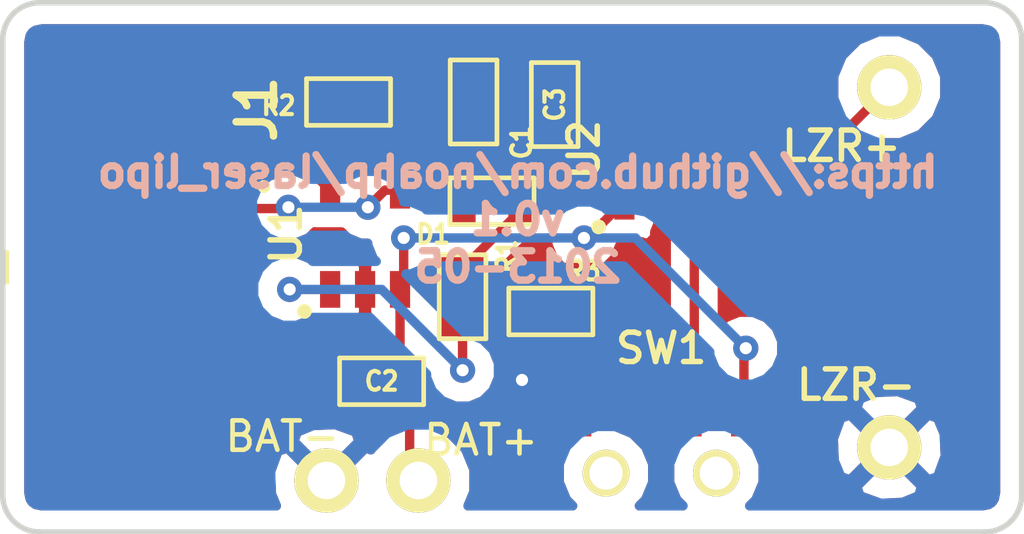
<source format=kicad_pcb>
(kicad_pcb (version 3) (host pcbnew "(2013-03-04 BZR 3984)-stable")

  (general
    (links 25)
    (no_connects 0)
    (area 50.170999 43.971 78.175001 60.629)
    (thickness 1.6)
    (drawings 11)
    (tracks 57)
    (zones 0)
    (modules 15)
    (nets 10)
  )

  (page A3)
  (layers
    (15 F.Cu signal)
    (0 B.Cu signal)
    (16 B.Adhes user)
    (17 F.Adhes user)
    (18 B.Paste user)
    (19 F.Paste user)
    (20 B.SilkS user)
    (21 F.SilkS user)
    (22 B.Mask user)
    (23 F.Mask user)
    (24 Dwgs.User user)
    (25 Cmts.User user)
    (26 Eco1.User user)
    (27 Eco2.User user)
    (28 Edge.Cuts user)
  )

  (setup
    (last_trace_width 0.254)
    (user_trace_width 0.5)
    (trace_clearance 0.254)
    (zone_clearance 0.508)
    (zone_45_only no)
    (trace_min 0.254)
    (segment_width 0.2)
    (edge_width 0.15)
    (via_size 0.889)
    (via_drill 0.635)
    (via_min_size 0.6858)
    (via_min_drill 0.3302)
    (user_via 0.6858 0.3302)
    (uvia_size 0.508)
    (uvia_drill 0.127)
    (uvias_allowed no)
    (uvia_min_size 0.508)
    (uvia_min_drill 0.127)
    (pcb_text_width 0.3)
    (pcb_text_size 1 1)
    (mod_edge_width 0.15)
    (mod_text_size 1 1)
    (mod_text_width 0.15)
    (pad_size 2.5 3.8)
    (pad_drill 0)
    (pad_to_mask_clearance 0)
    (aux_axis_origin 0 0)
    (visible_elements 7FFFFFFF)
    (pcbplotparams
      (layerselection 284196865)
      (usegerberextensions true)
      (excludeedgelayer true)
      (linewidth 152400)
      (plotframeref false)
      (viasonmask false)
      (mode 1)
      (useauxorigin false)
      (hpglpennumber 1)
      (hpglpenspeed 20)
      (hpglpendiameter 15)
      (hpglpenoverlay 2)
      (psnegative false)
      (psa4output false)
      (plotreference true)
      (plotvalue true)
      (plotothertext true)
      (plotinvisibletext false)
      (padsonsilk false)
      (subtractmaskfromsilk false)
      (outputformat 1)
      (mirror false)
      (drillshape 0)
      (scaleselection 1)
      (outputdirectory ""))
  )

  (net 0 "")
  (net 1 GND)
  (net 2 N-0000010)
  (net 3 N-0000011)
  (net 4 N-0000012)
  (net 5 N-000007)
  (net 6 N-000008)
  (net 7 N-000009)
  (net 8 USB_VBUS)
  (net 9 VBAT+)

  (net_class Default "This is the default net class."
    (clearance 0.254)
    (trace_width 0.254)
    (via_dia 0.889)
    (via_drill 0.635)
    (uvia_dia 0.508)
    (uvia_drill 0.127)
    (add_net "")
    (add_net GND)
    (add_net N-0000010)
    (add_net N-0000011)
    (add_net N-0000012)
    (add_net N-000007)
    (add_net N-000008)
    (add_net N-000009)
    (add_net USB_VBUS)
    (add_net VBAT+)
  )

  (module TEST_0.100 (layer F.Cu) (tedit 51923957) (tstamp 519230F3)
    (at 74.5 46.9)
    (path /51922676)
    (fp_text reference P3 (at 0 -2.1) (layer F.SilkS) hide
      (effects (font (size 1 1) (thickness 0.15)))
    )
    (fp_text value LZR+ (at -1.3 1.6) (layer F.SilkS)
      (effects (font (size 0.8 0.8) (thickness 0.15)))
    )
    (pad 1 thru_hole circle (at 0 0) (size 1.75 1.75) (drill 1.02)
      (layers *.Cu *.Mask F.SilkS)
      (net 6 N-000008)
    )
  )

  (module TEST_0.100 (layer F.Cu) (tedit 51923955) (tstamp 519230F8)
    (at 74.5 56.7)
    (path /51922683)
    (fp_text reference P4 (at 0 -2.1) (layer F.SilkS) hide
      (effects (font (size 1 1) (thickness 0.15)))
    )
    (fp_text value LZR- (at -0.9 -1.7) (layer F.SilkS)
      (effects (font (size 0.8 0.8) (thickness 0.15)))
    )
    (pad 1 thru_hole circle (at 0 0) (size 1.75 1.75) (drill 1.02)
      (layers *.Cu *.Mask F.SilkS)
      (net 1 GND)
    )
  )

  (module TEST_0.100 (layer F.Cu) (tedit 5192329E) (tstamp 519230FD)
    (at 59.2 57.6)
    (path /51922844)
    (fp_text reference P2 (at 0 -2.1) (layer F.SilkS) hide
      (effects (font (size 1 1) (thickness 0.15)))
    )
    (fp_text value BAT- (at -1.2 -1.2) (layer F.SilkS)
      (effects (font (size 0.8 0.8) (thickness 0.125)))
    )
    (pad 1 thru_hole circle (at 0 0) (size 1.75 1.75) (drill 1.02)
      (layers *.Cu *.Mask F.SilkS)
      (net 1 GND)
    )
  )

  (module TEST_0.100 (layer F.Cu) (tedit 5192329C) (tstamp 51923102)
    (at 61.7 57.6)
    (path /5192284A)
    (fp_text reference P1 (at 0 -2.1) (layer F.SilkS) hide
      (effects (font (size 1 1) (thickness 0.15)))
    )
    (fp_text value BAT+ (at 1.7 -1.1) (layer F.SilkS)
      (effects (font (size 0.8 0.8) (thickness 0.125)))
    )
    (pad 1 thru_hole circle (at 0 0) (size 1.75 1.75) (drill 1.02)
      (layers *.Cu *.Mask F.SilkS)
      (net 9 VBAT+)
    )
  )

  (module SWITCH_SLIDE_SSSS810701 (layer F.Cu) (tedit 51923326) (tstamp 5192310B)
    (at 68.3 57.4)
    (path /51922CEC)
    (fp_text reference SW1 (at 0 -3.4) (layer F.SilkS)
      (effects (font (size 0.8 0.8) (thickness 0.15)))
    )
    (fp_text value SWITCH_INV (at 0 2.4) (layer F.SilkS) hide
      (effects (font (size 1 1) (thickness 0.15)))
    )
    (pad ~ thru_hole circle (at 1.5 0) (size 1.27 1.27) (drill 0.9)
      (layers *.Cu *.Mask F.SilkS)
    )
    (pad ~ thru_hole circle (at -1.5 0) (size 1.27 1.27) (drill 0.9)
      (layers *.Cu *.Mask F.SilkS)
    )
    (pad 2 smd rect (at 0.75 -1.75) (size 0.7 1.5)
      (layers F.Cu F.Paste F.Mask)
      (net 7 N-000009)
    )
    (pad 3 smd rect (at 2.25 -1.75) (size 0.7 1.5)
      (layers F.Cu F.Paste F.Mask)
      (net 9 VBAT+)
    )
    (pad 1 smd rect (at -2.25 -1.75) (size 0.7 1.5)
      (layers F.Cu F.Paste F.Mask)
      (net 5 N-000007)
    )
  )

  (module SM0603 (layer F.Cu) (tedit 519232B3) (tstamp 51923115)
    (at 59.8 47.3)
    (path /519224A1)
    (attr smd)
    (fp_text reference R2 (at -1.9 0.1) (layer F.SilkS)
      (effects (font (size 0.508 0.4572) (thickness 0.1143)))
    )
    (fp_text value 2k (at 0 0) (layer F.SilkS) hide
      (effects (font (size 0.508 0.4572) (thickness 0.1143)))
    )
    (fp_line (start -1.143 -0.635) (end 1.143 -0.635) (layer F.SilkS) (width 0.127))
    (fp_line (start 1.143 -0.635) (end 1.143 0.635) (layer F.SilkS) (width 0.127))
    (fp_line (start 1.143 0.635) (end -1.143 0.635) (layer F.SilkS) (width 0.127))
    (fp_line (start -1.143 0.635) (end -1.143 -0.635) (layer F.SilkS) (width 0.127))
    (pad 1 smd rect (at -0.762 0) (size 0.635 1.143)
      (layers F.Cu F.Paste F.Mask)
      (net 2 N-0000010)
    )
    (pad 2 smd rect (at 0.762 0) (size 0.635 1.143)
      (layers F.Cu F.Paste F.Mask)
      (net 1 GND)
    )
    (model smd\resistors\R0603.wrl
      (at (xyz 0 0 0.001))
      (scale (xyz 0.5 0.5 0.5))
      (rotate (xyz 0 0 0))
    )
  )

  (module SM0603 (layer F.Cu) (tedit 4E43A3D1) (tstamp 5192311F)
    (at 60.7 54.9 180)
    (path /519224C2)
    (attr smd)
    (fp_text reference C2 (at 0 0 180) (layer F.SilkS)
      (effects (font (size 0.508 0.4572) (thickness 0.1143)))
    )
    (fp_text value 4.7uF (at 0 0 180) (layer F.SilkS) hide
      (effects (font (size 0.508 0.4572) (thickness 0.1143)))
    )
    (fp_line (start -1.143 -0.635) (end 1.143 -0.635) (layer F.SilkS) (width 0.127))
    (fp_line (start 1.143 -0.635) (end 1.143 0.635) (layer F.SilkS) (width 0.127))
    (fp_line (start 1.143 0.635) (end -1.143 0.635) (layer F.SilkS) (width 0.127))
    (fp_line (start -1.143 0.635) (end -1.143 -0.635) (layer F.SilkS) (width 0.127))
    (pad 1 smd rect (at -0.762 0 180) (size 0.635 1.143)
      (layers F.Cu F.Paste F.Mask)
      (net 9 VBAT+)
    )
    (pad 2 smd rect (at 0.762 0 180) (size 0.635 1.143)
      (layers F.Cu F.Paste F.Mask)
      (net 1 GND)
    )
    (model smd\resistors\R0603.wrl
      (at (xyz 0 0 0.001))
      (scale (xyz 0.5 0.5 0.5))
      (rotate (xyz 0 0 0))
    )
  )

  (module SM0603 (layer F.Cu) (tedit 5198F168) (tstamp 51923129)
    (at 63.7 50)
    (path /519224F0)
    (attr smd)
    (fp_text reference D1 (at -1.6 0.9) (layer F.SilkS)
      (effects (font (size 0.508 0.4572) (thickness 0.1143)))
    )
    (fp_text value LED (at 0 0) (layer F.SilkS) hide
      (effects (font (size 0.508 0.4572) (thickness 0.1143)))
    )
    (fp_line (start -1.143 -0.635) (end 1.143 -0.635) (layer F.SilkS) (width 0.127))
    (fp_line (start 1.143 -0.635) (end 1.143 0.635) (layer F.SilkS) (width 0.127))
    (fp_line (start 1.143 0.635) (end -1.143 0.635) (layer F.SilkS) (width 0.127))
    (fp_line (start -1.143 0.635) (end -1.143 -0.635) (layer F.SilkS) (width 0.127))
    (pad 1 smd rect (at -0.762 0) (size 0.635 1.143)
      (layers F.Cu F.Paste F.Mask)
      (net 8 USB_VBUS)
    )
    (pad 2 smd rect (at 0.762 0) (size 0.635 1.143)
      (layers F.Cu F.Paste F.Mask)
      (net 3 N-0000011)
    )
    (model smd\resistors\R0603.wrl
      (at (xyz 0 0 0.001))
      (scale (xyz 0.5 0.5 0.5))
      (rotate (xyz 0 0 0))
    )
  )

  (module SM0603 (layer F.Cu) (tedit 5198F166) (tstamp 51923133)
    (at 62.9 52.6 270)
    (path /519224FD)
    (attr smd)
    (fp_text reference R1 (at -1.1 -1.2 270) (layer F.SilkS)
      (effects (font (size 0.508 0.4572) (thickness 0.1143)))
    )
    (fp_text value 470R (at 0 0 270) (layer F.SilkS) hide
      (effects (font (size 0.508 0.4572) (thickness 0.1143)))
    )
    (fp_line (start -1.143 -0.635) (end 1.143 -0.635) (layer F.SilkS) (width 0.127))
    (fp_line (start 1.143 -0.635) (end 1.143 0.635) (layer F.SilkS) (width 0.127))
    (fp_line (start 1.143 0.635) (end -1.143 0.635) (layer F.SilkS) (width 0.127))
    (fp_line (start -1.143 0.635) (end -1.143 -0.635) (layer F.SilkS) (width 0.127))
    (pad 1 smd rect (at -0.762 0 270) (size 0.635 1.143)
      (layers F.Cu F.Paste F.Mask)
      (net 3 N-0000011)
    )
    (pad 2 smd rect (at 0.762 0 270) (size 0.635 1.143)
      (layers F.Cu F.Paste F.Mask)
      (net 4 N-0000012)
    )
    (model smd\resistors\R0603.wrl
      (at (xyz 0 0 0.001))
      (scale (xyz 0.5 0.5 0.5))
      (rotate (xyz 0 0 0))
    )
  )

  (module SM0603 (layer F.Cu) (tedit 519232AF) (tstamp 5192313D)
    (at 63.2 47.3 90)
    (path /51922526)
    (attr smd)
    (fp_text reference C1 (at -1.1 1.3 90) (layer F.SilkS)
      (effects (font (size 0.508 0.4572) (thickness 0.1143)))
    )
    (fp_text value 4.7uF (at 0 0 90) (layer F.SilkS) hide
      (effects (font (size 0.508 0.4572) (thickness 0.1143)))
    )
    (fp_line (start -1.143 -0.635) (end 1.143 -0.635) (layer F.SilkS) (width 0.127))
    (fp_line (start 1.143 -0.635) (end 1.143 0.635) (layer F.SilkS) (width 0.127))
    (fp_line (start 1.143 0.635) (end -1.143 0.635) (layer F.SilkS) (width 0.127))
    (fp_line (start -1.143 0.635) (end -1.143 -0.635) (layer F.SilkS) (width 0.127))
    (pad 1 smd rect (at -0.762 0 90) (size 0.635 1.143)
      (layers F.Cu F.Paste F.Mask)
      (net 8 USB_VBUS)
    )
    (pad 2 smd rect (at 0.762 0 90) (size 0.635 1.143)
      (layers F.Cu F.Paste F.Mask)
      (net 1 GND)
    )
    (model smd\resistors\R0603.wrl
      (at (xyz 0 0 0.001))
      (scale (xyz 0.5 0.5 0.5))
      (rotate (xyz 0 0 0))
    )
  )

  (module SM0603 (layer F.Cu) (tedit 519232BC) (tstamp 51923147)
    (at 65.3 53 180)
    (path /519226FA)
    (attr smd)
    (fp_text reference R3 (at -0.9 1.1 180) (layer F.SilkS)
      (effects (font (size 0.508 0.4572) (thickness 0.1143)))
    )
    (fp_text value 2k (at 0 0 180) (layer F.SilkS) hide
      (effects (font (size 0.508 0.4572) (thickness 0.1143)))
    )
    (fp_line (start -1.143 -0.635) (end 1.143 -0.635) (layer F.SilkS) (width 0.127))
    (fp_line (start 1.143 -0.635) (end 1.143 0.635) (layer F.SilkS) (width 0.127))
    (fp_line (start 1.143 0.635) (end -1.143 0.635) (layer F.SilkS) (width 0.127))
    (fp_line (start -1.143 0.635) (end -1.143 -0.635) (layer F.SilkS) (width 0.127))
    (pad 1 smd rect (at -0.762 0 180) (size 0.635 1.143)
      (layers F.Cu F.Paste F.Mask)
      (net 5 N-000007)
    )
    (pad 2 smd rect (at 0.762 0 180) (size 0.635 1.143)
      (layers F.Cu F.Paste F.Mask)
      (net 1 GND)
    )
    (model smd\resistors\R0603.wrl
      (at (xyz 0 0 0.001))
      (scale (xyz 0.5 0.5 0.5))
      (rotate (xyz 0 0 0))
    )
  )

  (module MCP73831 (layer F.Cu) (tedit 51923316) (tstamp 51923150)
    (at 59.3 52.4)
    (path /51922431)
    (fp_text reference U1 (at -1.2 -1.5 90) (layer F.SilkS)
      (effects (font (size 0.8 0.8) (thickness 0.15)))
    )
    (fp_text value MCP73831 (at 1 2) (layer F.SilkS) hide
      (effects (font (size 1 1) (thickness 0.15)))
    )
    (pad 1 smd rect (at 0 0) (size 0.55 1)
      (layers F.Cu F.Paste F.Mask)
      (net 4 N-0000012)
    )
    (pad 2 smd rect (at 0.95 0) (size 0.55 1)
      (layers F.Cu F.Paste F.Mask)
      (net 1 GND)
    )
    (pad 3 smd rect (at 1.9 0) (size 0.55 1)
      (layers F.Cu F.Paste F.Mask)
      (net 9 VBAT+)
    )
    (pad 4 smd rect (at 1.9 -2.7) (size 0.55 1)
      (layers F.Cu F.Paste F.Mask)
      (net 8 USB_VBUS)
    )
    (pad 5 smd rect (at 0 -2.7) (size 0.55 1)
      (layers F.Cu F.Paste F.Mask)
      (net 2 N-0000010)
    )
  )

  (module LP3985 (layer F.Cu) (tedit 51923308) (tstamp 51923159)
    (at 67.3 50)
    (path /51922445)
    (fp_text reference U2 (at -1.1 -1.4 90) (layer F.SilkS)
      (effects (font (size 0.8 0.8) (thickness 0.15)))
    )
    (fp_text value LP3985 (at 1 2) (layer F.SilkS) hide
      (effects (font (size 1 1) (thickness 0.15)))
    )
    (pad 1 smd rect (at 0 0) (size 0.55 1)
      (layers F.Cu F.Paste F.Mask)
      (net 9 VBAT+)
    )
    (pad 2 smd rect (at 0.95 0) (size 0.55 1)
      (layers F.Cu F.Paste F.Mask)
      (net 1 GND)
    )
    (pad 3 smd rect (at 1.9 0) (size 0.55 1)
      (layers F.Cu F.Paste F.Mask)
      (net 7 N-000009)
    )
    (pad 4 smd rect (at 1.9 -2.7) (size 0.55 1)
      (layers F.Cu F.Paste F.Mask)
    )
    (pad 5 smd rect (at 0 -2.7) (size 0.55 1)
      (layers F.Cu F.Paste F.Mask)
      (net 6 N-000008)
    )
  )

  (module USB_MINI_B_np (layer F.Cu) (tedit 519238A5) (tstamp 51933F57)
    (at 56.6 51.8 270)
    (descr "USB Mini-B 5-pin SMD connector")
    (tags "USB, Mini-B, connector")
    (path /51922596)
    (fp_text reference J1 (at -4.3 -0.7 270) (layer F.SilkS)
      (effects (font (size 1.016 1.016) (thickness 0.2032)))
    )
    (fp_text value USB-MINI-B (at 0.2 3.8 270) (layer F.SilkS) hide
      (effects (font (size 1.016 1.016) (thickness 0.2032)))
    )
    (fp_line (start -0.4 6.1) (end 0.4 6.1) (layer F.SilkS) (width 0.15))
    (fp_circle (center -2.2 -0.9) (end -2.1 -0.9) (layer F.SilkS) (width 0.15))
    (pad 2 smd rect (at -0.8 0 270) (size 0.5 1.4)
      (layers F.Cu F.Paste F.Mask)
    )
    (pad 3 smd rect (at 0 0 270) (size 0.5 1.4)
      (layers F.Cu F.Paste F.Mask)
    )
    (pad 4 smd rect (at 0.8 0 270) (size 0.5 1.4)
      (layers F.Cu F.Paste F.Mask)
    )
    (pad 5 smd rect (at 1.6 0 270) (size 0.5 1.4)
      (layers F.Cu F.Paste F.Mask)
      (net 1 GND)
    )
    (pad 1 smd rect (at -1.6 0 270) (size 0.5 1.4)
      (layers F.Cu F.Paste F.Mask)
      (net 8 USB_VBUS)
    )
    (pad 6 smd rect (at -4.2 2.5 270) (size 2.5 3.8)
      (layers F.Cu F.Paste F.Mask)
      (net 1 GND)
    )
    (pad 6 smd rect (at 4.2 2.5 270) (size 2.5 3.8)
      (layers F.Cu F.Paste F.Mask)
      (net 1 GND)
    )
  )

  (module SM0603 (layer F.Cu) (tedit 4E43A3D1) (tstamp 51A62038)
    (at 65.405 47.371 90)
    (path /51A62082)
    (attr smd)
    (fp_text reference C3 (at 0 0 90) (layer F.SilkS)
      (effects (font (size 0.508 0.4572) (thickness 0.1143)))
    )
    (fp_text value 1uF (at 0 0 90) (layer F.SilkS) hide
      (effects (font (size 0.508 0.4572) (thickness 0.1143)))
    )
    (fp_line (start -1.143 -0.635) (end 1.143 -0.635) (layer F.SilkS) (width 0.127))
    (fp_line (start 1.143 -0.635) (end 1.143 0.635) (layer F.SilkS) (width 0.127))
    (fp_line (start 1.143 0.635) (end -1.143 0.635) (layer F.SilkS) (width 0.127))
    (fp_line (start -1.143 0.635) (end -1.143 -0.635) (layer F.SilkS) (width 0.127))
    (pad 1 smd rect (at -0.762 0 90) (size 0.635 1.143)
      (layers F.Cu F.Paste F.Mask)
      (net 6 N-000008)
    )
    (pad 2 smd rect (at 0.762 0 90) (size 0.635 1.143)
      (layers F.Cu F.Paste F.Mask)
      (net 1 GND)
    )
    (model smd\resistors\R0603.wrl
      (at (xyz 0 0 0.001))
      (scale (xyz 0.5 0.5 0.5))
      (rotate (xyz 0 0 0))
    )
  )

  (gr_text "https://github.com/noahp/laser_lipo\nv0.1\n2013-05" (at 64.4 50.5) (layer B.SilkS)
    (effects (font (size 0.8 0.8) (thickness 0.2)) (justify mirror))
  )
  (gr_line (start 78.1 58) (end 78.1 45.6) (angle 90) (layer Edge.Cuts) (width 0.15))
  (gr_line (start 51.4 44.6) (end 77.1 44.6) (angle 90) (layer Edge.Cuts) (width 0.15))
  (gr_arc (start 77.1 45.6) (end 77.1 44.6) (angle 90) (layer Edge.Cuts) (width 0.15))
  (gr_line (start 50.4 45.6) (end 50.4 58) (angle 90) (layer Edge.Cuts) (width 0.15))
  (gr_arc (start 51.4 45.6) (end 50.4 45.6) (angle 90) (layer Edge.Cuts) (width 0.15))
  (gr_line (start 77.1 59) (end 51.4 59) (angle 90) (layer Edge.Cuts) (width 0.15))
  (gr_arc (start 77.1 58) (end 78.1 58) (angle 90) (layer Edge.Cuts) (width 0.15))
  (gr_arc (start 51.4 58) (end 51.4 59) (angle 90) (layer Edge.Cuts) (width 0.15))
  (gr_circle (center 58.6 53) (end 58.6 53.1) (layer F.SilkS) (width 0.2))
  (gr_circle (center 66.6 50.7) (end 66.6 50.8) (layer F.SilkS) (width 0.2))

  (segment (start 64.538 53) (end 64.538 54.842) (width 0.254) (layer F.Cu) (net 1))
  (via (at 64.516 54.864) (size 0.6858) (drill 0.3302) (layers F.Cu B.Cu) (net 1))
  (segment (start 64.538 54.842) (end 64.516 54.864) (width 0.254) (layer F.Cu) (net 1) (tstamp 51A7705E))
  (segment (start 65.4 51.8) (end 67.4 51.8) (width 0.254) (layer F.Cu) (net 1))
  (segment (start 65.4 51.8) (end 65.4 52.138) (width 0.254) (layer F.Cu) (net 1) (tstamp 5198F280))
  (segment (start 65.4 52.138) (end 64.538 53) (width 0.254) (layer F.Cu) (net 1) (tstamp 5198F24E))
  (segment (start 67.4 51.8) (end 68.25 50.95) (width 0.254) (layer F.Cu) (net 1) (tstamp 5198F282))
  (segment (start 68.25 50.95) (end 68.25 50) (width 0.254) (layer F.Cu) (net 1) (tstamp 5198F285))
  (segment (start 56.6 53.4) (end 60.2 53.4) (width 0.254) (layer F.Cu) (net 1))
  (segment (start 60.25 53.35) (end 60.25 52.4) (width 0.254) (layer F.Cu) (net 1) (tstamp 5198F878))
  (segment (start 60.2 53.4) (end 60.25 53.35) (width 0.254) (layer F.Cu) (net 1) (tstamp 5198F873))
  (segment (start 59.3 49.7) (end 59.038 49.438) (width 0.254) (layer F.Cu) (net 2))
  (segment (start 59.038 49.438) (end 59.038 47.3) (width 0.254) (layer F.Cu) (net 2) (tstamp 5198F1F0))
  (segment (start 64.462 50) (end 64.462 50.276) (width 0.254) (layer F.Cu) (net 3))
  (segment (start 64.462 50.276) (end 62.9 51.838) (width 0.254) (layer F.Cu) (net 3) (tstamp 5198F185))
  (segment (start 59.3 52.4) (end 58.2 52.4) (width 0.254) (layer F.Cu) (net 4))
  (segment (start 62.9 54.6) (end 62.9 53.362) (width 0.254) (layer F.Cu) (net 4) (tstamp 5198F221))
  (via (at 62.9 54.6) (size 0.6858) (drill 0.3302) (layers F.Cu B.Cu) (net 4))
  (segment (start 60.7 52.4) (end 62.9 54.6) (width 0.254) (layer B.Cu) (net 4) (tstamp 5198F21E))
  (segment (start 58.2 52.4) (end 60.7 52.4) (width 0.254) (layer B.Cu) (net 4) (tstamp 5198F21D))
  (via (at 58.2 52.4) (size 0.6858) (drill 0.3302) (layers F.Cu B.Cu) (net 4))
  (segment (start 66.062 53) (end 66.062 55.638) (width 0.254) (layer F.Cu) (net 5))
  (segment (start 66.062 55.638) (end 66.05 55.65) (width 0.254) (layer F.Cu) (net 5) (tstamp 5198F2CE))
  (segment (start 67.3 47.3) (end 66.467 48.133) (width 0.254) (layer F.Cu) (net 6))
  (segment (start 66.467 48.133) (end 65.405 48.133) (width 0.254) (layer F.Cu) (net 6) (tstamp 51A62072))
  (segment (start 67.3 47.3) (end 68.4 48.3) (width 0.254) (layer F.Cu) (net 6))
  (segment (start 73.1 48.3) (end 74.5 46.9) (width 0.254) (layer F.Cu) (net 6) (tstamp 5198F273) (status 20))
  (segment (start 68.4 48.3) (end 73.1 48.3) (width 0.254) (layer F.Cu) (net 6) (tstamp 5198F270))
  (segment (start 69.2 50) (end 69.2 55.5) (width 0.254) (layer F.Cu) (net 7))
  (segment (start 69.2 55.5) (end 69.05 55.65) (width 0.254) (layer F.Cu) (net 7) (tstamp 5198F2BD))
  (segment (start 63.2 48.062) (end 62.938 48.324) (width 0.254) (layer F.Cu) (net 8))
  (segment (start 62.938 48.324) (end 62.938 50) (width 0.254) (layer F.Cu) (net 8) (tstamp 5198F1E6))
  (segment (start 61.2 49.7) (end 62.638 49.7) (width 0.254) (layer F.Cu) (net 8))
  (segment (start 62.638 49.7) (end 62.938 50) (width 0.254) (layer F.Cu) (net 8) (tstamp 5198F182))
  (segment (start 56.6 50.2) (end 58.131 50.2) (width 0.254) (layer F.Cu) (net 8))
  (segment (start 60.79 49.7) (end 61.2 49.7) (width 0.254) (layer F.Cu) (net 8) (tstamp 5198F0FA))
  (segment (start 60.325 50.165) (end 60.79 49.7) (width 0.254) (layer F.Cu) (net 8) (tstamp 5198F0F9))
  (via (at 60.325 50.165) (size 0.6858) (drill 0.3302) (layers F.Cu B.Cu) (net 8))
  (segment (start 58.166 50.165) (end 60.325 50.165) (width 0.254) (layer B.Cu) (net 8) (tstamp 5198F0F4))
  (via (at 58.166 50.165) (size 0.6858) (drill 0.3302) (layers F.Cu B.Cu) (net 8))
  (segment (start 58.131 50.2) (end 58.166 50.165) (width 0.254) (layer F.Cu) (net 8) (tstamp 5198F0F0))
  (segment (start 66.2 51) (end 67.6 51) (width 0.254) (layer B.Cu) (net 9))
  (segment (start 70.55 54.05) (end 70.55 55.65) (width 0.254) (layer F.Cu) (net 9) (tstamp 5198F2CB))
  (segment (start 70.6 54) (end 70.55 54.05) (width 0.254) (layer F.Cu) (net 9) (tstamp 5198F2CA))
  (via (at 70.6 54) (size 0.6858) (drill 0.3302) (layers F.Cu B.Cu) (net 9))
  (segment (start 67.6 51) (end 70.6 54) (width 0.254) (layer B.Cu) (net 9) (tstamp 5198F2C2))
  (segment (start 61.2 52.4) (end 61.3 52.3) (width 0.254) (layer F.Cu) (net 9))
  (segment (start 66.3 51) (end 67.3 50) (width 0.254) (layer F.Cu) (net 9) (tstamp 5198F25F))
  (segment (start 66.2 51) (end 66.3 51) (width 0.254) (layer F.Cu) (net 9) (tstamp 5198F25E))
  (via (at 66.2 51) (size 0.6858) (drill 0.3302) (layers F.Cu B.Cu) (net 9))
  (segment (start 61.3 51) (end 66.2 51) (width 0.254) (layer B.Cu) (net 9) (tstamp 5198F25A))
  (via (at 61.3 51) (size 0.6858) (drill 0.3302) (layers F.Cu B.Cu) (net 9))
  (segment (start 61.3 52.3) (end 61.3 51) (width 0.254) (layer F.Cu) (net 9) (tstamp 5198F256))
  (segment (start 61.462 54.9) (end 61.462 57.362) (width 0.254) (layer F.Cu) (net 9))
  (segment (start 61.462 57.362) (end 61.7 57.6) (width 0.254) (layer F.Cu) (net 9) (tstamp 5198F149))
  (segment (start 61.2 52.4) (end 61.2 54.638) (width 0.254) (layer F.Cu) (net 9))
  (segment (start 61.2 54.638) (end 61.462 54.9) (width 0.254) (layer F.Cu) (net 9) (tstamp 5198F146))

  (zone (net 1) (net_name GND) (layer F.Cu) (tstamp 5198F594) (hatch edge 0.508)
    (connect_pads (clearance 0.508))
    (min_thickness 0.254)
    (fill (arc_segments 16) (thermal_gap 0.508) (thermal_bridge_width 0.508))
    (polygon
      (pts
        (xy 78.1 59) (xy 50.4 59) (xy 50.4 44.6) (xy 78.1 44.6)
      )
    )
    (filled_polygon
      (pts
        (xy 65.893963 58.29) (xy 63.04849 58.29) (xy 63.209737 57.901675) (xy 63.210261 57.30096) (xy 62.980862 56.745772)
        (xy 62.556463 56.320631) (xy 62.224 56.18258) (xy 62.224 55.925018) (xy 62.317513 55.831668) (xy 62.414389 55.598364)
        (xy 62.414512 55.457262) (xy 62.70463 55.57773) (xy 63.093663 55.578069) (xy 63.453212 55.429507) (xy 63.72854 55.154659)
        (xy 63.87773 54.79537) (xy 63.878069 54.406337) (xy 63.804744 54.228877) (xy 63.830729 54.218141) (xy 63.916186 54.132831)
        (xy 64.094745 54.20661) (xy 64.25225 54.2065) (xy 64.411 54.04775) (xy 64.411 53.127) (xy 64.391 53.127)
        (xy 64.391 52.873) (xy 64.411 52.873) (xy 64.411 51.95225) (xy 64.25225 51.7935) (xy 64.10661 51.793398)
        (xy 64.10661 51.70902) (xy 64.60902 51.20661) (xy 64.905255 51.20661) (xy 65.138729 51.110141) (xy 65.222076 51.026938)
        (xy 65.221931 51.193663) (xy 65.370493 51.553212) (xy 65.612732 51.795874) (xy 65.385271 51.889859) (xy 65.3 51.974981)
        (xy 65.214729 51.889859) (xy 64.981255 51.79339) (xy 64.82375 51.7935) (xy 64.665 51.95225) (xy 64.665 52.873)
        (xy 64.685 52.873) (xy 64.685 53.127) (xy 64.665 53.127) (xy 64.665 54.04775) (xy 64.82375 54.2065)
        (xy 64.981255 54.20661) (xy 65.214729 54.110141) (xy 65.299992 54.025026) (xy 65.3 54.025034) (xy 65.3 54.402059)
        (xy 65.161987 54.539832) (xy 65.065111 54.773136) (xy 65.06489 55.025755) (xy 65.06489 56.525755) (xy 65.161359 56.759229)
        (xy 65.339832 56.938013) (xy 65.573136 57.034889) (xy 65.576471 57.034891) (xy 65.530222 57.146273) (xy 65.529781 57.65151)
        (xy 65.722719 58.118457) (xy 65.893963 58.29)
      )
    )
    (filled_polygon
      (pts
        (xy 68.893963 58.29) (xy 67.706064 58.29) (xy 67.876025 58.120336) (xy 68.069778 57.653727) (xy 68.070219 57.14849)
        (xy 67.877281 56.681543) (xy 67.520336 56.323975) (xy 67.053727 56.130222) (xy 67.03511 56.130205) (xy 67.03511 54.774245)
        (xy 66.938641 54.540771) (xy 66.824 54.42593) (xy 66.824 54.025018) (xy 66.917513 53.931668) (xy 67.014389 53.698364)
        (xy 67.01461 53.445745) (xy 67.01461 52.302745) (xy 66.918141 52.069271) (xy 66.739668 51.890487) (xy 66.672813 51.862726)
        (xy 66.753212 51.829507) (xy 67.02854 51.554659) (xy 67.174513 51.203117) (xy 67.24252 51.13511) (xy 67.700755 51.13511)
        (xy 67.775 51.104432) (xy 67.849245 51.13511) (xy 67.96425 51.135) (xy 68.123 50.97625) (xy 68.123 50.836116)
        (xy 68.209889 50.626864) (xy 68.21011 50.374245) (xy 68.21011 49.853) (xy 68.28989 49.853) (xy 68.28989 50.625755)
        (xy 68.377 50.836578) (xy 68.377 50.97625) (xy 68.438 51.03725) (xy 68.438 54.321185) (xy 68.340771 54.361359)
        (xy 68.161987 54.539832) (xy 68.065111 54.773136) (xy 68.06489 55.025755) (xy 68.06489 56.525755) (xy 68.161359 56.759229)
        (xy 68.339832 56.938013) (xy 68.573136 57.034889) (xy 68.576471 57.034891) (xy 68.530222 57.146273) (xy 68.529781 57.65151)
        (xy 68.722719 58.118457) (xy 68.893963 58.29)
      )
    )
    (filled_polygon
      (pts
        (xy 77.39 57.928632) (xy 77.355006 58.105365) (xy 77.294644 58.195873) (xy 77.205499 58.255325) (xy 77.030384 58.29)
        (xy 76.021588 58.29) (xy 76.021588 56.934692) (xy 75.995578 56.33454) (xy 75.815951 55.900886) (xy 75.56206 55.817546)
        (xy 75.382454 55.997151) (xy 75.382454 55.63794) (xy 75.299114 55.384049) (xy 74.734692 55.178412) (xy 74.13454 55.204422)
        (xy 73.700886 55.384049) (xy 73.617546 55.63794) (xy 74.5 56.520395) (xy 75.382454 55.63794) (xy 75.382454 55.997151)
        (xy 74.679605 56.7) (xy 75.56206 57.582454) (xy 75.815951 57.499114) (xy 76.021588 56.934692) (xy 76.021588 58.29)
        (xy 75.382454 58.29) (xy 75.382454 57.76206) (xy 74.5 56.879605) (xy 74.320395 57.05921) (xy 74.320395 56.7)
        (xy 73.43794 55.817546) (xy 73.184049 55.900886) (xy 72.978412 56.465308) (xy 73.004422 57.06546) (xy 73.184049 57.499114)
        (xy 73.43794 57.582454) (xy 74.320395 56.7) (xy 74.320395 57.05921) (xy 73.617546 57.76206) (xy 73.700886 58.015951)
        (xy 74.265308 58.221588) (xy 74.86546 58.195578) (xy 75.299114 58.015951) (xy 75.382454 57.76206) (xy 75.382454 58.29)
        (xy 70.706064 58.29) (xy 70.876025 58.120336) (xy 71.069778 57.653727) (xy 71.070219 57.14849) (xy 71.023371 57.03511)
        (xy 71.025755 57.03511) (xy 71.259229 56.938641) (xy 71.438013 56.760168) (xy 71.534889 56.526864) (xy 71.53511 56.274245)
        (xy 71.53511 54.774245) (xy 71.438641 54.540771) (xy 71.43558 54.537704) (xy 71.57773 54.19537) (xy 71.578069 53.806337)
        (xy 71.429507 53.446788) (xy 71.154659 53.17146) (xy 70.79537 53.02227) (xy 70.406337 53.021931) (xy 70.046788 53.170493)
        (xy 69.962 53.255133) (xy 69.962 50.911092) (xy 70.013013 50.860168) (xy 70.109889 50.626864) (xy 70.11011 50.374245)
        (xy 70.11011 49.374245) (xy 70.013641 49.140771) (xy 69.935007 49.062) (xy 73.1 49.062) (xy 73.1 49.061999)
        (xy 73.391604 49.003996) (xy 73.391605 49.003996) (xy 73.638815 48.838815) (xy 74.106162 48.371467) (xy 74.198325 48.409737)
        (xy 74.79904 48.410261) (xy 75.354228 48.180862) (xy 75.779369 47.756463) (xy 76.009737 47.201675) (xy 76.010261 46.60096)
        (xy 75.780862 46.045772) (xy 75.356463 45.620631) (xy 74.801675 45.390263) (xy 74.20096 45.389739) (xy 73.645772 45.619138)
        (xy 73.220631 46.043537) (xy 72.990263 46.598325) (xy 72.989739 47.19904) (xy 73.028798 47.293571) (xy 72.784369 47.538)
        (xy 70.11011 47.538) (xy 70.11011 46.674245) (xy 70.013641 46.440771) (xy 69.835168 46.261987) (xy 69.601864 46.165111)
        (xy 69.349245 46.16489) (xy 68.799245 46.16489) (xy 68.565771 46.261359) (xy 68.386987 46.439832) (xy 68.290111 46.673136)
        (xy 68.28989 46.925755) (xy 68.28989 47.170486) (xy 68.21011 47.097892) (xy 68.21011 46.674245) (xy 68.113641 46.440771)
        (xy 67.935168 46.261987) (xy 67.701864 46.165111) (xy 67.449245 46.16489) (xy 66.899245 46.16489) (xy 66.665771 46.261359)
        (xy 66.611505 46.31553) (xy 66.61161 46.165745) (xy 66.515141 45.932271) (xy 66.336668 45.753487) (xy 66.103364 45.656611)
        (xy 65.850745 45.65639) (xy 65.69075 45.6565) (xy 65.532 45.81525) (xy 65.532 46.482) (xy 65.552 46.482)
        (xy 65.552 46.736) (xy 65.532 46.736) (xy 65.532 46.756) (xy 65.278 46.756) (xy 65.278 46.736)
        (xy 65.278 46.482) (xy 65.278 45.81525) (xy 65.11925 45.6565) (xy 64.959255 45.65639) (xy 64.706636 45.656611)
        (xy 64.473332 45.753487) (xy 64.326415 45.900659) (xy 64.310141 45.861271) (xy 64.131668 45.682487) (xy 63.898364 45.585611)
        (xy 63.645745 45.58539) (xy 63.48575 45.5855) (xy 63.327 45.74425) (xy 63.327 46.411) (xy 64.24775 46.411)
        (xy 64.267 46.39175) (xy 64.35725 46.482) (xy 65.278 46.482) (xy 65.278 46.736) (xy 64.35725 46.736)
        (xy 64.338 46.75525) (xy 64.24775 46.665) (xy 63.327 46.665) (xy 63.327 46.685) (xy 63.073 46.685)
        (xy 63.073 46.665) (xy 63.073 46.411) (xy 63.073 45.74425) (xy 62.91425 45.5855) (xy 62.754255 45.58539)
        (xy 62.501636 45.585611) (xy 62.268332 45.682487) (xy 62.089859 45.861271) (xy 61.99339 46.094745) (xy 61.9935 46.25225)
        (xy 62.15225 46.411) (xy 63.073 46.411) (xy 63.073 46.665) (xy 62.15225 46.665) (xy 61.9935 46.82375)
        (xy 61.99339 46.981255) (xy 62.089859 47.214729) (xy 62.174973 47.299992) (xy 62.090487 47.384332) (xy 61.993611 47.617636)
        (xy 61.99339 47.870255) (xy 61.99339 48.505255) (xy 62.089859 48.738729) (xy 62.176 48.82502) (xy 62.176 48.938)
        (xy 62.053814 48.938) (xy 62.013641 48.840771) (xy 61.835168 48.661987) (xy 61.601864 48.565111) (xy 61.51461 48.565034)
        (xy 61.51461 47.745745) (xy 61.51461 46.854255) (xy 61.514389 46.601636) (xy 61.417513 46.368332) (xy 61.238729 46.189859)
        (xy 61.005255 46.09339) (xy 60.84775 46.0935) (xy 60.689 46.25225) (xy 60.689 47.173) (xy 61.35575 47.173)
        (xy 61.5145 47.01425) (xy 61.51461 46.854255) (xy 61.51461 47.745745) (xy 61.5145 47.58575) (xy 61.35575 47.427)
        (xy 60.689 47.427) (xy 60.689 48.34775) (xy 60.84775 48.5065) (xy 61.005255 48.50661) (xy 61.238729 48.410141)
        (xy 61.417513 48.231668) (xy 61.514389 47.998364) (xy 61.51461 47.745745) (xy 61.51461 48.565034) (xy 61.349245 48.56489)
        (xy 60.799245 48.56489) (xy 60.565771 48.661359) (xy 60.386987 48.839832) (xy 60.290111 49.073136) (xy 60.290056 49.135211)
        (xy 60.251184 49.161185) (xy 60.225356 49.187012) (xy 60.21011 49.186999) (xy 60.21011 49.074245) (xy 60.113641 48.840771)
        (xy 59.935168 48.661987) (xy 59.8 48.60586) (xy 59.8 48.325018) (xy 59.885271 48.410141) (xy 60.118745 48.50661)
        (xy 60.27625 48.5065) (xy 60.435 48.34775) (xy 60.435 47.427) (xy 60.415 47.427) (xy 60.415 47.173)
        (xy 60.435 47.173) (xy 60.435 46.25225) (xy 60.27625 46.0935) (xy 60.118745 46.09339) (xy 59.885271 46.189859)
        (xy 59.800007 46.274973) (xy 59.715668 46.190487) (xy 59.482364 46.093611) (xy 59.229745 46.09339) (xy 58.594745 46.09339)
        (xy 58.361271 46.189859) (xy 58.182487 46.368332) (xy 58.085611 46.601636) (xy 58.08539 46.854255) (xy 58.08539 47.997255)
        (xy 58.181859 48.230729) (xy 58.276 48.325034) (xy 58.276 49.187195) (xy 57.972337 49.186931) (xy 57.612788 49.335493)
        (xy 57.572589 49.375621) (xy 57.426864 49.315111) (xy 57.174245 49.31489) (xy 56.433163 49.31489) (xy 56.538641 49.209229)
        (xy 56.63511 48.975755) (xy 56.63511 46.224245) (xy 56.538641 45.990771) (xy 56.360168 45.811987) (xy 56.126864 45.715111)
        (xy 55.874245 45.71489) (xy 54.38575 45.715) (xy 54.227 45.87375) (xy 54.227 47.473) (xy 56.47625 47.473)
        (xy 56.635 47.31425) (xy 56.63511 46.224245) (xy 56.63511 48.975755) (xy 56.635 47.88575) (xy 56.47625 47.727)
        (xy 54.227 47.727) (xy 54.227 49.32625) (xy 54.38575 49.485) (xy 55.466921 49.485079) (xy 55.361987 49.589832)
        (xy 55.265111 49.823136) (xy 55.26489 50.075755) (xy 55.26489 50.575755) (xy 55.274813 50.59977) (xy 55.265111 50.623136)
        (xy 55.26489 50.875755) (xy 55.26489 51.375755) (xy 55.274813 51.39977) (xy 55.265111 51.423136) (xy 55.26489 51.675755)
        (xy 55.26489 52.175755) (xy 55.274813 52.19977) (xy 55.265111 52.223136) (xy 55.26489 52.475755) (xy 55.26489 52.975755)
        (xy 55.274907 53) (xy 55.26489 53.024245) (xy 55.265 53.11625) (xy 55.42375 53.275) (xy 55.427015 53.275)
        (xy 55.539832 53.388013) (xy 55.773136 53.484889) (xy 56.025755 53.48511) (xy 57.425755 53.48511) (xy 57.659229 53.388641)
        (xy 57.768415 53.279644) (xy 58.00463 53.37773) (xy 58.393663 53.378069) (xy 58.543279 53.316248) (xy 58.664832 53.438013)
        (xy 58.898136 53.534889) (xy 59.150755 53.53511) (xy 59.700755 53.53511) (xy 59.775 53.504432) (xy 59.849245 53.53511)
        (xy 59.96425 53.535) (xy 60.123 53.37625) (xy 60.123 53.236116) (xy 60.209889 53.026864) (xy 60.21011 52.774245)
        (xy 60.21011 51.774245) (xy 60.123 51.563421) (xy 60.123 51.42375) (xy 59.96425 51.265) (xy 59.849245 51.26489)
        (xy 59.775105 51.295523) (xy 59.701864 51.265111) (xy 59.449245 51.26489) (xy 58.899245 51.26489) (xy 58.665771 51.361359)
        (xy 58.543244 51.483672) (xy 58.39537 51.42227) (xy 58.006337 51.421931) (xy 57.93511 51.451361) (xy 57.93511 51.424245)
        (xy 57.925186 51.400229) (xy 57.934889 51.376864) (xy 57.935106 51.127979) (xy 57.97063 51.14273) (xy 58.359663 51.143069)
        (xy 58.719212 50.994507) (xy 58.884698 50.829309) (xy 58.898136 50.834889) (xy 59.150755 50.83511) (xy 59.612187 50.83511)
        (xy 59.770341 50.99354) (xy 60.12963 51.14273) (xy 60.321975 51.142897) (xy 60.321931 51.193663) (xy 60.405305 51.395444)
        (xy 60.377 51.42375) (xy 60.377 51.563883) (xy 60.290111 51.773136) (xy 60.28989 52.025755) (xy 60.28989 53.025755)
        (xy 60.377 53.236578) (xy 60.377 53.37625) (xy 60.438 53.43725) (xy 60.438 53.716836) (xy 60.381255 53.69339)
        (xy 60.22375 53.6935) (xy 60.065 53.85225) (xy 60.065 54.773) (xy 60.085 54.773) (xy 60.085 55.027)
        (xy 60.065 55.027) (xy 60.065 55.94775) (xy 60.22375 56.1065) (xy 60.381255 56.10661) (xy 60.614729 56.010141)
        (xy 60.699992 55.925026) (xy 60.7 55.925034) (xy 60.7 56.464655) (xy 60.420631 56.743537) (xy 60.411107 56.766471)
        (xy 60.26206 56.717546) (xy 60.082454 56.897151) (xy 60.082454 56.53794) (xy 59.999114 56.284049) (xy 59.512055 56.106597)
        (xy 59.65225 56.1065) (xy 59.811 55.94775) (xy 59.811 55.027) (xy 59.811 54.773) (xy 59.811 53.85225)
        (xy 59.65225 53.6935) (xy 59.494745 53.69339) (xy 59.261271 53.789859) (xy 59.082487 53.968332) (xy 58.985611 54.201636)
        (xy 58.98539 54.454255) (xy 58.9855 54.61425) (xy 59.14425 54.773) (xy 59.811 54.773) (xy 59.811 55.027)
        (xy 59.14425 55.027) (xy 58.9855 55.18575) (xy 58.98539 55.345745) (xy 58.985611 55.598364) (xy 59.082487 55.831668)
        (xy 59.261271 56.010141) (xy 59.427277 56.078733) (xy 58.83454 56.104422) (xy 58.400886 56.284049) (xy 58.317546 56.53794)
        (xy 59.2 57.420395) (xy 60.082454 56.53794) (xy 60.082454 56.897151) (xy 59.379605 57.6) (xy 59.393747 57.614142)
        (xy 59.214142 57.793747) (xy 59.2 57.779605) (xy 59.185857 57.793747) (xy 59.006252 57.614142) (xy 59.020395 57.6)
        (xy 58.13794 56.717546) (xy 57.93511 56.784125) (xy 57.93511 53.775755) (xy 57.935 53.68375) (xy 57.77625 53.525)
        (xy 56.727 53.525) (xy 56.727 54.12625) (xy 56.88575 54.285) (xy 57.174245 54.28511) (xy 57.426864 54.284889)
        (xy 57.660168 54.188013) (xy 57.838641 54.009229) (xy 57.93511 53.775755) (xy 57.93511 56.784125) (xy 57.884049 56.800886)
        (xy 57.678412 57.365308) (xy 57.704422 57.96546) (xy 57.838852 58.29) (xy 56.63511 58.29) (xy 56.63511 57.375755)
        (xy 56.63511 54.624245) (xy 56.538641 54.390771) (xy 56.373703 54.225546) (xy 56.473 54.12625) (xy 56.473 53.525)
        (xy 55.42375 53.525) (xy 55.265 53.68375) (xy 55.26489 53.775755) (xy 55.361359 54.009229) (xy 55.466866 54.11492)
        (xy 54.38575 54.115) (xy 54.227 54.27375) (xy 54.227 55.873) (xy 56.47625 55.873) (xy 56.635 55.71425)
        (xy 56.63511 54.624245) (xy 56.63511 57.375755) (xy 56.635 56.28575) (xy 56.47625 56.127) (xy 54.227 56.127)
        (xy 54.227 57.72625) (xy 54.38575 57.885) (xy 55.874245 57.88511) (xy 56.126864 57.884889) (xy 56.360168 57.788013)
        (xy 56.538641 57.609229) (xy 56.63511 57.375755) (xy 56.63511 58.29) (xy 53.973 58.29) (xy 53.973 57.72625)
        (xy 53.973 56.127) (xy 53.973 55.873) (xy 53.973 54.27375) (xy 53.973 49.32625) (xy 53.973 47.727)
        (xy 53.973 47.473) (xy 53.973 45.87375) (xy 53.81425 45.715) (xy 52.325755 45.71489) (xy 52.073136 45.715111)
        (xy 51.839832 45.811987) (xy 51.661359 45.990771) (xy 51.56489 46.224245) (xy 51.565 47.31425) (xy 51.72375 47.473)
        (xy 53.973 47.473) (xy 53.973 47.727) (xy 51.72375 47.727) (xy 51.565 47.88575) (xy 51.56489 48.975755)
        (xy 51.661359 49.209229) (xy 51.839832 49.388013) (xy 52.073136 49.484889) (xy 52.325755 49.48511) (xy 53.81425 49.485)
        (xy 53.973 49.32625) (xy 53.973 54.27375) (xy 53.81425 54.115) (xy 52.325755 54.11489) (xy 52.073136 54.115111)
        (xy 51.839832 54.211987) (xy 51.661359 54.390771) (xy 51.56489 54.624245) (xy 51.565 55.71425) (xy 51.72375 55.873)
        (xy 53.973 55.873) (xy 53.973 56.127) (xy 51.72375 56.127) (xy 51.565 56.28575) (xy 51.56489 57.375755)
        (xy 51.661359 57.609229) (xy 51.839832 57.788013) (xy 52.073136 57.884889) (xy 52.325755 57.88511) (xy 53.81425 57.885)
        (xy 53.973 57.72625) (xy 53.973 58.29) (xy 51.471367 58.29) (xy 51.294634 58.255006) (xy 51.204126 58.194644)
        (xy 51.144674 58.105499) (xy 51.11 57.930384) (xy 51.11 45.669615) (xy 51.144674 45.4945) (xy 51.204126 45.405355)
        (xy 51.294634 45.344993) (xy 51.471367 45.31) (xy 77.030384 45.31) (xy 77.205499 45.344674) (xy 77.294644 45.404126)
        (xy 77.355006 45.494634) (xy 77.39 45.671367) (xy 77.39 57.928632)
      )
    )
  )
  (zone (net 1) (net_name GND) (layer B.Cu) (tstamp 5198F5B3) (hatch edge 0.508)
    (connect_pads (clearance 0.508))
    (min_thickness 0.254)
    (fill (arc_segments 16) (thermal_gap 0.508) (thermal_bridge_width 0.508))
    (polygon
      (pts
        (xy 78.1 59) (xy 50.4 59) (xy 50.4 44.6) (xy 78.1 44.6)
      )
    )
    (filled_polygon
      (pts
        (xy 77.39 57.928632) (xy 77.355006 58.105365) (xy 77.294644 58.195873) (xy 77.205499 58.255325) (xy 77.030384 58.29)
        (xy 76.021588 58.29) (xy 76.021588 56.934692) (xy 76.010261 56.673333) (xy 76.010261 46.60096) (xy 75.780862 46.045772)
        (xy 75.356463 45.620631) (xy 74.801675 45.390263) (xy 74.20096 45.389739) (xy 73.645772 45.619138) (xy 73.220631 46.043537)
        (xy 72.990263 46.598325) (xy 72.989739 47.19904) (xy 73.219138 47.754228) (xy 73.643537 48.179369) (xy 74.198325 48.409737)
        (xy 74.79904 48.410261) (xy 75.354228 48.180862) (xy 75.779369 47.756463) (xy 76.009737 47.201675) (xy 76.010261 46.60096)
        (xy 76.010261 56.673333) (xy 75.995578 56.33454) (xy 75.815951 55.900886) (xy 75.56206 55.817546) (xy 75.382454 55.997151)
        (xy 75.382454 55.63794) (xy 75.299114 55.384049) (xy 74.734692 55.178412) (xy 74.13454 55.204422) (xy 73.700886 55.384049)
        (xy 73.617546 55.63794) (xy 74.5 56.520395) (xy 75.382454 55.63794) (xy 75.382454 55.997151) (xy 74.679605 56.7)
        (xy 75.56206 57.582454) (xy 75.815951 57.499114) (xy 76.021588 56.934692) (xy 76.021588 58.29) (xy 75.382454 58.29)
        (xy 75.382454 57.76206) (xy 74.5 56.879605) (xy 74.320395 57.05921) (xy 74.320395 56.7) (xy 73.43794 55.817546)
        (xy 73.184049 55.900886) (xy 72.978412 56.465308) (xy 73.004422 57.06546) (xy 73.184049 57.499114) (xy 73.43794 57.582454)
        (xy 74.320395 56.7) (xy 74.320395 57.05921) (xy 73.617546 57.76206) (xy 73.700886 58.015951) (xy 74.265308 58.221588)
        (xy 74.86546 58.195578) (xy 75.299114 58.015951) (xy 75.382454 57.76206) (xy 75.382454 58.29) (xy 71.578069 58.29)
        (xy 71.578069 53.806337) (xy 71.429507 53.446788) (xy 71.154659 53.17146) (xy 70.79537 53.02227) (xy 70.699817 53.022186)
        (xy 68.138815 50.461185) (xy 67.891605 50.296004) (xy 67.6 50.238) (xy 66.821082 50.238) (xy 66.754659 50.17146)
        (xy 66.39537 50.02227) (xy 66.006337 50.021931) (xy 65.646788 50.170493) (xy 65.579163 50.238) (xy 61.921082 50.238)
        (xy 61.854659 50.17146) (xy 61.49537 50.02227) (xy 61.303024 50.022102) (xy 61.303069 49.971337) (xy 61.154507 49.611788)
        (xy 60.879659 49.33646) (xy 60.52037 49.18727) (xy 60.131337 49.186931) (xy 59.771788 49.335493) (xy 59.704163 49.403)
        (xy 58.787082 49.403) (xy 58.720659 49.33646) (xy 58.36137 49.18727) (xy 57.972337 49.186931) (xy 57.612788 49.335493)
        (xy 57.33746 49.610341) (xy 57.18827 49.96963) (xy 57.187931 50.358663) (xy 57.336493 50.718212) (xy 57.611341 50.99354)
        (xy 57.97063 51.14273) (xy 58.359663 51.143069) (xy 58.719212 50.994507) (xy 58.786836 50.927) (xy 59.703917 50.927)
        (xy 59.770341 50.99354) (xy 60.12963 51.14273) (xy 60.321975 51.142897) (xy 60.321931 51.193663) (xy 60.470493 51.553212)
        (xy 60.555133 51.638) (xy 58.821082 51.638) (xy 58.754659 51.57146) (xy 58.39537 51.42227) (xy 58.006337 51.421931)
        (xy 57.646788 51.570493) (xy 57.37146 51.845341) (xy 57.22227 52.20463) (xy 57.221931 52.593663) (xy 57.370493 52.953212)
        (xy 57.645341 53.22854) (xy 58.00463 53.37773) (xy 58.393663 53.378069) (xy 58.753212 53.229507) (xy 58.820836 53.162)
        (xy 60.384369 53.162) (xy 61.922012 54.699643) (xy 61.921931 54.793663) (xy 62.070493 55.153212) (xy 62.345341 55.42854)
        (xy 62.70463 55.57773) (xy 63.093663 55.578069) (xy 63.453212 55.429507) (xy 63.72854 55.154659) (xy 63.87773 54.79537)
        (xy 63.878069 54.406337) (xy 63.729507 54.046788) (xy 63.454659 53.77146) (xy 63.09537 53.62227) (xy 62.999817 53.622186)
        (xy 61.355578 51.977948) (xy 61.493663 51.978069) (xy 61.853212 51.829507) (xy 61.920836 51.762) (xy 65.578917 51.762)
        (xy 65.645341 51.82854) (xy 66.00463 51.97773) (xy 66.393663 51.978069) (xy 66.753212 51.829507) (xy 66.820836 51.762)
        (xy 67.284369 51.762) (xy 69.622012 54.099643) (xy 69.621931 54.193663) (xy 69.770493 54.553212) (xy 70.045341 54.82854)
        (xy 70.40463 54.97773) (xy 70.793663 54.978069) (xy 71.153212 54.829507) (xy 71.42854 54.554659) (xy 71.57773 54.19537)
        (xy 71.578069 53.806337) (xy 71.578069 58.29) (xy 70.706064 58.29) (xy 70.876025 58.120336) (xy 71.069778 57.653727)
        (xy 71.070219 57.14849) (xy 70.877281 56.681543) (xy 70.520336 56.323975) (xy 70.053727 56.130222) (xy 69.54849 56.129781)
        (xy 69.081543 56.322719) (xy 68.723975 56.679664) (xy 68.530222 57.146273) (xy 68.529781 57.65151) (xy 68.722719 58.118457)
        (xy 68.893963 58.29) (xy 67.706064 58.29) (xy 67.876025 58.120336) (xy 68.069778 57.653727) (xy 68.070219 57.14849)
        (xy 67.877281 56.681543) (xy 67.520336 56.323975) (xy 67.053727 56.130222) (xy 66.54849 56.129781) (xy 66.081543 56.322719)
        (xy 65.723975 56.679664) (xy 65.530222 57.146273) (xy 65.529781 57.65151) (xy 65.722719 58.118457) (xy 65.893963 58.29)
        (xy 63.04849 58.29) (xy 63.209737 57.901675) (xy 63.210261 57.30096) (xy 62.980862 56.745772) (xy 62.556463 56.320631)
        (xy 62.001675 56.090263) (xy 61.40096 56.089739) (xy 60.845772 56.319138) (xy 60.420631 56.743537) (xy 60.411107 56.766471)
        (xy 60.26206 56.717546) (xy 60.082454 56.897151) (xy 60.082454 56.53794) (xy 59.999114 56.284049) (xy 59.434692 56.078412)
        (xy 58.83454 56.104422) (xy 58.400886 56.284049) (xy 58.317546 56.53794) (xy 59.2 57.420395) (xy 60.082454 56.53794)
        (xy 60.082454 56.897151) (xy 59.379605 57.6) (xy 59.393747 57.614142) (xy 59.214142 57.793747) (xy 59.2 57.779605)
        (xy 59.185857 57.793747) (xy 59.006252 57.614142) (xy 59.020395 57.6) (xy 58.13794 56.717546) (xy 57.884049 56.800886)
        (xy 57.678412 57.365308) (xy 57.704422 57.96546) (xy 57.838852 58.29) (xy 51.471367 58.29) (xy 51.294634 58.255006)
        (xy 51.204126 58.194644) (xy 51.144674 58.105499) (xy 51.11 57.930384) (xy 51.11 45.669615) (xy 51.144674 45.4945)
        (xy 51.204126 45.405355) (xy 51.294634 45.344993) (xy 51.471367 45.31) (xy 77.030384 45.31) (xy 77.205499 45.344674)
        (xy 77.294644 45.404126) (xy 77.355006 45.494634) (xy 77.39 45.671367) (xy 77.39 57.928632)
      )
    )
  )
)

</source>
